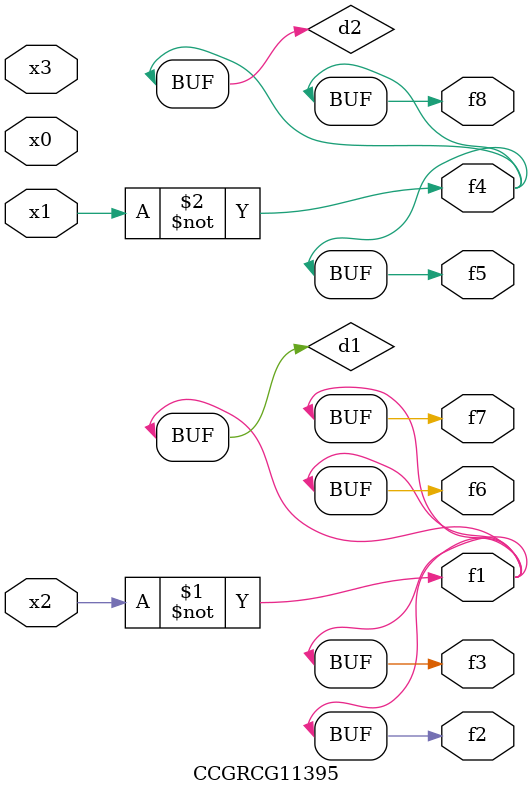
<source format=v>
module CCGRCG11395(
	input x0, x1, x2, x3,
	output f1, f2, f3, f4, f5, f6, f7, f8
);

	wire d1, d2;

	xnor (d1, x2);
	not (d2, x1);
	assign f1 = d1;
	assign f2 = d1;
	assign f3 = d1;
	assign f4 = d2;
	assign f5 = d2;
	assign f6 = d1;
	assign f7 = d1;
	assign f8 = d2;
endmodule

</source>
